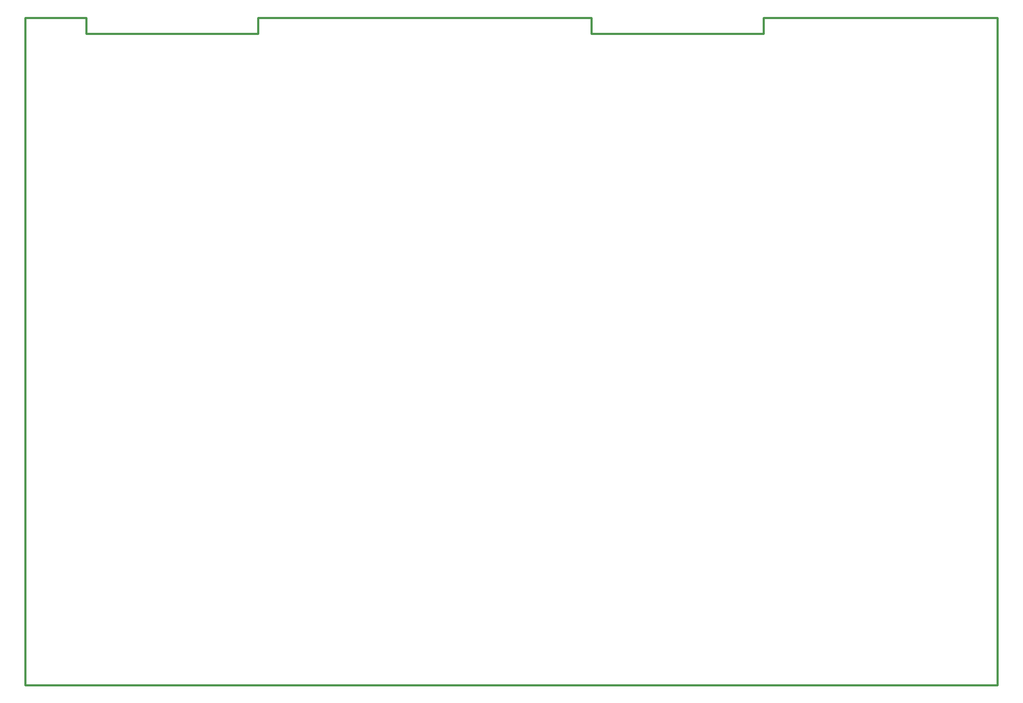
<source format=gm1>
%FSLAX23Y23*%
%MOIN*%
G70*
G01*
G75*
G04 Layer_Color=16711935*
%ADD10C,0.010*%
%ADD11R,0.039X0.043*%
%ADD12C,0.040*%
%ADD13R,0.102X0.087*%
%ADD14R,0.087X0.102*%
%ADD15R,0.024X0.094*%
%ADD16R,0.043X0.039*%
%ADD17R,0.039X0.043*%
%ADD18R,0.010X0.039*%
%ADD19R,0.020X0.039*%
%ADD20R,0.028X0.035*%
%ADD21R,0.106X0.063*%
%ADD22R,0.157X0.138*%
%ADD23R,0.041X0.083*%
%ADD24R,0.413X0.406*%
%ADD25R,0.051X0.063*%
%ADD26R,0.033X0.039*%
%ADD27O,0.016X0.063*%
%ADD28R,0.134X0.085*%
%ADD29R,0.041X0.085*%
%ADD30R,0.033X0.039*%
%ADD31R,0.041X0.085*%
%ADD32R,0.026X0.075*%
%ADD33R,0.138X0.079*%
%ADD34R,0.047X0.039*%
%ADD35R,0.134X0.075*%
%ADD36R,0.138X0.157*%
%ADD37R,0.079X0.138*%
%ADD38R,0.016X0.063*%
%ADD39R,0.063X0.051*%
%ADD40R,0.063X0.106*%
%ADD41R,0.014X0.053*%
%ADD42O,0.250X0.080*%
%ADD43R,0.124X0.202*%
%ADD44O,0.031X0.010*%
%ADD45R,0.031X0.010*%
%ADD46R,0.010X0.031*%
%ADD47O,0.080X0.250*%
%ADD48R,0.024X0.087*%
%ADD49R,0.024X0.087*%
%ADD50C,0.020*%
%ADD51R,0.039X0.047*%
%ADD52R,0.018X0.081*%
%ADD53R,0.047X0.102*%
%ADD54R,0.081X0.018*%
%ADD55R,0.047X0.043*%
%ADD56R,0.047X0.043*%
%ADD57R,0.059X0.020*%
%ADD58R,0.059X0.020*%
%ADD59R,0.035X0.028*%
%ADD60R,0.083X0.041*%
%ADD61R,0.406X0.413*%
%ADD62R,0.039X0.033*%
%ADD63R,0.039X0.033*%
%ADD64R,0.059X0.014*%
%ADD65R,0.087X0.024*%
%ADD66R,0.012X0.065*%
%ADD67R,0.087X0.024*%
%ADD68R,0.049X0.015*%
%ADD69R,0.213X0.118*%
%ADD70R,0.138X0.016*%
%ADD71R,0.057X0.022*%
%ADD72R,0.012X0.063*%
%ADD73R,0.063X0.012*%
%ADD74R,0.102X0.047*%
%ADD75R,0.014X0.053*%
%ADD76R,0.010X0.065*%
%ADD77R,0.012X0.016*%
%ADD78R,0.228X0.189*%
%ADD79R,0.016X0.012*%
%ADD80O,0.014X0.059*%
%ADD81R,0.014X0.059*%
%ADD82C,0.005*%
%ADD83C,0.008*%
%ADD84C,0.020*%
%ADD85C,0.004*%
%ADD86C,0.012*%
%ADD87C,0.006*%
%ADD88C,0.015*%
%ADD89C,0.009*%
%ADD90C,0.130*%
%ADD91C,0.050*%
%ADD92C,0.039*%
%ADD93R,0.039X0.039*%
%ADD94C,0.059*%
%ADD95R,0.059X0.059*%
%ADD96R,0.091X0.091*%
%ADD97C,0.091*%
%ADD98C,0.060*%
%ADD99R,0.059X0.059*%
%ADD100C,0.065*%
%ADD101R,0.060X0.060*%
%ADD102C,0.068*%
%ADD103R,0.059X0.059*%
%ADD104C,0.059*%
%ADD105R,0.100X0.050*%
%ADD106O,0.100X0.050*%
%ADD107C,0.150*%
%ADD108C,0.098*%
%ADD109C,0.083*%
%ADD110C,0.082*%
%ADD111C,0.067*%
%ADD112R,0.067X0.067*%
%ADD113C,0.187*%
%ADD114O,0.050X0.100*%
%ADD115R,0.050X0.100*%
%ADD116C,0.144*%
%ADD117C,0.055*%
%ADD118C,0.016*%
%ADD119C,0.036*%
%ADD120C,0.160*%
%ADD121C,0.020*%
%ADD122C,0.030*%
%ADD123R,0.063X0.071*%
%ADD124R,0.071X0.063*%
%ADD125R,0.039X0.020*%
%ADD126R,0.039X0.010*%
%ADD127C,0.010*%
%ADD128C,0.008*%
%ADD129C,0.004*%
%ADD130C,0.001*%
%ADD131C,0.001*%
%ADD132C,0.007*%
%ADD133C,0.006*%
%ADD134R,0.146X0.031*%
%ADD135R,0.110X0.410*%
%ADD136R,0.110X0.405*%
%ADD137R,0.043X0.047*%
%ADD138C,0.044*%
%ADD139R,0.106X0.091*%
%ADD140R,0.091X0.106*%
%ADD141R,0.028X0.098*%
%ADD142R,0.047X0.043*%
%ADD143R,0.043X0.047*%
%ADD144R,0.014X0.043*%
%ADD145R,0.024X0.043*%
%ADD146R,0.032X0.039*%
%ADD147R,0.110X0.067*%
%ADD148R,0.161X0.142*%
%ADD149R,0.045X0.087*%
%ADD150R,0.417X0.410*%
%ADD151R,0.055X0.067*%
%ADD152R,0.037X0.043*%
%ADD153O,0.020X0.067*%
%ADD154R,0.138X0.089*%
%ADD155R,0.045X0.089*%
%ADD156R,0.037X0.043*%
%ADD157R,0.045X0.089*%
%ADD158R,0.030X0.079*%
%ADD159R,0.142X0.083*%
%ADD160R,0.051X0.043*%
%ADD161R,0.138X0.079*%
%ADD162R,0.142X0.161*%
%ADD163R,0.083X0.142*%
%ADD164R,0.020X0.067*%
%ADD165R,0.067X0.055*%
%ADD166R,0.067X0.110*%
%ADD167R,0.018X0.057*%
%ADD168O,0.254X0.084*%
%ADD169R,0.128X0.206*%
%ADD170O,0.035X0.014*%
%ADD171R,0.035X0.014*%
%ADD172R,0.014X0.035*%
%ADD173O,0.084X0.254*%
%ADD174R,0.028X0.091*%
%ADD175R,0.028X0.091*%
%ADD176C,0.024*%
%ADD177R,0.043X0.051*%
%ADD178R,0.022X0.085*%
%ADD179R,0.051X0.106*%
%ADD180R,0.085X0.022*%
%ADD181R,0.051X0.047*%
%ADD182R,0.051X0.047*%
%ADD183R,0.063X0.024*%
%ADD184R,0.063X0.024*%
%ADD185R,0.039X0.032*%
%ADD186R,0.087X0.045*%
%ADD187R,0.410X0.417*%
%ADD188R,0.043X0.037*%
%ADD189R,0.043X0.037*%
%ADD190R,0.063X0.018*%
%ADD191R,0.091X0.028*%
%ADD192R,0.016X0.069*%
%ADD193R,0.091X0.028*%
%ADD194R,0.053X0.019*%
%ADD195R,0.217X0.122*%
%ADD196R,0.142X0.020*%
%ADD197R,0.061X0.026*%
%ADD198R,0.016X0.067*%
%ADD199R,0.067X0.016*%
%ADD200R,0.106X0.051*%
%ADD201R,0.018X0.057*%
%ADD202R,0.014X0.069*%
%ADD203R,0.016X0.020*%
%ADD204R,0.232X0.193*%
%ADD205R,0.020X0.016*%
%ADD206O,0.018X0.063*%
%ADD207R,0.018X0.063*%
%ADD208C,0.134*%
%ADD209C,0.054*%
%ADD210C,0.043*%
%ADD211R,0.043X0.043*%
%ADD212C,0.063*%
%ADD213R,0.063X0.063*%
%ADD214R,0.095X0.095*%
%ADD215C,0.095*%
%ADD216C,0.064*%
%ADD217R,0.063X0.063*%
%ADD218C,0.069*%
%ADD219R,0.064X0.064*%
%ADD220C,0.072*%
%ADD221R,0.063X0.063*%
%ADD222C,0.063*%
%ADD223R,0.104X0.054*%
%ADD224O,0.104X0.054*%
%ADD225C,0.154*%
%ADD226C,0.102*%
%ADD227C,0.087*%
%ADD228C,0.086*%
%ADD229C,0.071*%
%ADD230R,0.071X0.071*%
%ADD231C,0.191*%
%ADD232O,0.054X0.104*%
%ADD233R,0.054X0.104*%
%ADD234C,0.148*%
%ADD235C,0.059*%
%ADD236R,0.067X0.075*%
%ADD237R,0.075X0.067*%
%ADD238R,0.043X0.024*%
%ADD239R,0.043X0.014*%
D84*
X13185Y6000D02*
Y12300D01*
X3999Y6000D02*
Y12299D01*
Y6000D02*
X13185D01*
X4575Y12150D02*
Y12299D01*
Y12150D02*
X6200D01*
Y12300D01*
X9350Y12150D02*
Y12300D01*
Y12150D02*
X10975D01*
Y12300D01*
X3999Y12299D02*
X4574D01*
X6200Y12300D02*
X9349D01*
X10975D02*
X13185D01*
M02*

</source>
